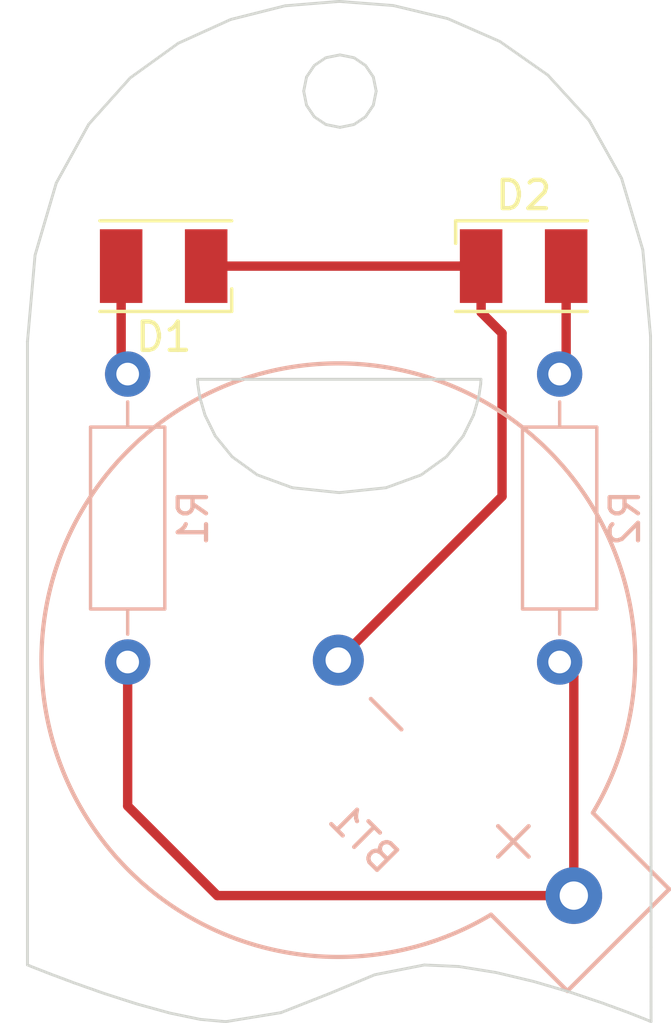
<source format=kicad_pcb>
(kicad_pcb (version 20170123) (host pcbnew no-vcs-found-f042fcd~59~ubuntu16.04.1)

  (general
    (thickness 1.6)
    (drawings 81)
    (tracks 15)
    (zones 0)
    (modules 5)
    (nets 5)
  )

  (page A4)
  (layers
    (0 F.Cu signal)
    (31 B.Cu signal)
    (32 B.Adhes user)
    (33 F.Adhes user)
    (34 B.Paste user)
    (35 F.Paste user)
    (36 B.SilkS user)
    (37 F.SilkS user)
    (38 B.Mask user)
    (39 F.Mask user)
    (40 Dwgs.User user)
    (41 Cmts.User user)
    (42 Eco1.User user)
    (43 Eco2.User user)
    (44 Edge.Cuts user)
    (45 Margin user)
    (46 B.CrtYd user)
    (47 F.CrtYd user)
    (48 B.Fab user)
    (49 F.Fab user)
  )

  (setup
    (last_trace_width 0.3302)
    (trace_clearance 0.3302)
    (zone_clearance 0.508)
    (zone_45_only no)
    (trace_min 0.1524)
    (segment_width 0.2)
    (edge_width 0.15)
    (via_size 0.6858)
    (via_drill 0.3302)
    (via_min_size 0.6858)
    (via_min_drill 0.3302)
    (uvia_size 0.762)
    (uvia_drill 0.508)
    (uvias_allowed no)
    (uvia_min_size 0.2)
    (uvia_min_drill 0.1)
    (pcb_text_width 0.3)
    (pcb_text_size 1.5 1.5)
    (mod_edge_width 0.15)
    (mod_text_size 1 1)
    (mod_text_width 0.15)
    (pad_size 1.524 1.524)
    (pad_drill 0.762)
    (pad_to_mask_clearance 0.2)
    (aux_axis_origin 0 0)
    (visible_elements FFFFEF7F)
    (pcbplotparams
      (layerselection 0x00030_ffffffff)
      (usegerberextensions false)
      (excludeedgelayer true)
      (linewidth 0.100000)
      (plotframeref false)
      (viasonmask false)
      (mode 1)
      (useauxorigin false)
      (hpglpennumber 1)
      (hpglpenspeed 20)
      (hpglpendiameter 15)
      (psnegative false)
      (psa4output false)
      (plotreference true)
      (plotvalue true)
      (plotinvisibletext false)
      (padsonsilk false)
      (subtractmaskfromsilk false)
      (outputformat 1)
      (mirror false)
      (drillshape 1)
      (scaleselection 1)
      (outputdirectory ""))
  )

  (net 0 "")
  (net 1 "Net-(BT1-Pad1)")
  (net 2 "Net-(BT1-Pad2)")
  (net 3 "Net-(D1-Pad2)")
  (net 4 "Net-(D2-Pad2)")

  (net_class Default "This is the default net class."
    (clearance 0.3302)
    (trace_width 0.3302)
    (via_dia 0.6858)
    (via_drill 0.3302)
    (uvia_dia 0.762)
    (uvia_drill 0.508)
    (diff_pair_gap 0.254)
    (diff_pair_width 0.2032)
    (add_net "Net-(BT1-Pad1)")
    (add_net "Net-(BT1-Pad2)")
    (add_net "Net-(D1-Pad2)")
    (add_net "Net-(D2-Pad2)")
  )

  (module LEDs:LED_PLCC-2 (layer F.Cu) (tedit 5860D51E) (tstamp 59738DD6)
    (at 154.94 100.33 180)
    (descr "LED PLCC-2 SMD package")
    (tags "LED PLCC-2 SMD")
    (path /59735547)
    (attr smd)
    (fp_text reference D1 (at 0 -2.5 180) (layer F.SilkS)
      (effects (font (size 1 1) (thickness 0.15)))
    )
    (fp_text value LED (at 0 2.5 180) (layer F.Fab)
      (effects (font (size 1 1) (thickness 0.15)))
    )
    (fp_line (start -2.4 -1.6) (end -2.4 -0.8) (layer F.SilkS) (width 0.12))
    (fp_line (start 2.25 -1.6) (end -2.4 -1.6) (layer F.SilkS) (width 0.12))
    (fp_line (start 2.25 1.6) (end -2.4 1.6) (layer F.SilkS) (width 0.12))
    (fp_line (start -2.65 1.85) (end -2.65 -1.85) (layer F.CrtYd) (width 0.05))
    (fp_line (start 2.5 1.85) (end -2.65 1.85) (layer F.CrtYd) (width 0.05))
    (fp_line (start 2.5 -1.85) (end 2.5 1.85) (layer F.CrtYd) (width 0.05))
    (fp_line (start -2.65 -1.85) (end 2.5 -1.85) (layer F.CrtYd) (width 0.05))
    (fp_line (start -1.7 1.5) (end 1.7 1.5) (layer F.Fab) (width 0.1))
    (fp_line (start -1.7 -1.5) (end -1.7 1.5) (layer F.Fab) (width 0.1))
    (fp_line (start 1.7 -1.5) (end -1.7 -1.5) (layer F.Fab) (width 0.1))
    (fp_line (start 1.7 1.5) (end 1.7 -1.5) (layer F.Fab) (width 0.1))
    (fp_line (start -1.7 -0.6) (end -0.8 -1.5) (layer F.Fab) (width 0.1))
    (fp_circle (center 0 0) (end 0 -1.25) (layer F.Fab) (width 0.1))
    (pad 2 smd rect (at 1.5 0 180) (size 1.5 2.6) (layers F.Cu F.Paste F.Mask)
      (net 3 "Net-(D1-Pad2)"))
    (pad 1 smd rect (at -1.5 0 180) (size 1.5 2.6) (layers F.Cu F.Paste F.Mask)
      (net 2 "Net-(BT1-Pad2)"))
    (model ${KISYS3DMOD}/LEDs.3dshapes/LED_PLCC-2.wrl
      (at (xyz 0 0 0))
      (scale (xyz 1 1 1))
      (rotate (xyz 0 0 0))
    )
  )

  (module LEDs:LED_PLCC-2 (layer F.Cu) (tedit 5860D51E) (tstamp 59738DE9)
    (at 167.64 100.33)
    (descr "LED PLCC-2 SMD package")
    (tags "LED PLCC-2 SMD")
    (path /5973568D)
    (attr smd)
    (fp_text reference D2 (at 0 -2.5) (layer F.SilkS)
      (effects (font (size 1 1) (thickness 0.15)))
    )
    (fp_text value LED (at 0 2.5) (layer F.Fab)
      (effects (font (size 1 1) (thickness 0.15)))
    )
    (fp_circle (center 0 0) (end 0 -1.25) (layer F.Fab) (width 0.1))
    (fp_line (start -1.7 -0.6) (end -0.8 -1.5) (layer F.Fab) (width 0.1))
    (fp_line (start 1.7 1.5) (end 1.7 -1.5) (layer F.Fab) (width 0.1))
    (fp_line (start 1.7 -1.5) (end -1.7 -1.5) (layer F.Fab) (width 0.1))
    (fp_line (start -1.7 -1.5) (end -1.7 1.5) (layer F.Fab) (width 0.1))
    (fp_line (start -1.7 1.5) (end 1.7 1.5) (layer F.Fab) (width 0.1))
    (fp_line (start -2.65 -1.85) (end 2.5 -1.85) (layer F.CrtYd) (width 0.05))
    (fp_line (start 2.5 -1.85) (end 2.5 1.85) (layer F.CrtYd) (width 0.05))
    (fp_line (start 2.5 1.85) (end -2.65 1.85) (layer F.CrtYd) (width 0.05))
    (fp_line (start -2.65 1.85) (end -2.65 -1.85) (layer F.CrtYd) (width 0.05))
    (fp_line (start 2.25 1.6) (end -2.4 1.6) (layer F.SilkS) (width 0.12))
    (fp_line (start 2.25 -1.6) (end -2.4 -1.6) (layer F.SilkS) (width 0.12))
    (fp_line (start -2.4 -1.6) (end -2.4 -0.8) (layer F.SilkS) (width 0.12))
    (pad 1 smd rect (at -1.5 0) (size 1.5 2.6) (layers F.Cu F.Paste F.Mask)
      (net 2 "Net-(BT1-Pad2)"))
    (pad 2 smd rect (at 1.5 0) (size 1.5 2.6) (layers F.Cu F.Paste F.Mask)
      (net 4 "Net-(D2-Pad2)"))
    (model ${KISYS3DMOD}/LEDs.3dshapes/LED_PLCC-2.wrl
      (at (xyz 0 0 0))
      (scale (xyz 1 1 1))
      (rotate (xyz 0 0 0))
    )
  )

  (module n39-kicad:n39_batteryholder16mm (layer B.Cu) (tedit 59734F90) (tstamp 59738DC3)
    (at 161.101596 114.234404 315)
    (path /5973545B)
    (fp_text reference BT1 (at 5.08 3.81 315) (layer B.SilkS)
      (effects (font (size 1 1) (thickness 0.15)) (justify mirror))
    )
    (fp_text value Battery_Cell (at 0 11.43 315) (layer B.Fab)
      (effects (font (size 1 1) (thickness 0.15)) (justify mirror))
    )
    (fp_line (start 10.16 2.54) (end 13.97 2.54) (layer B.SilkS) (width 0.15))
    (fp_line (start 13.97 2.54) (end 13.97 -2.54) (layer B.SilkS) (width 0.15))
    (fp_line (start 13.97 -2.54) (end 10.16 -2.54) (layer B.SilkS) (width 0.15))
    (fp_text user + (at 8.89 0 315) (layer B.SilkS)
      (effects (font (size 2 2) (thickness 0.15)) (justify mirror))
    )
    (fp_text user - (at 2.54 0 135) (layer B.SilkS)
      (effects (font (size 2 2) (thickness 0.15)) (justify mirror))
    )
    (fp_arc (start 0 0) (end 10.16 2.54) (angle 331.9275131) (layer B.SilkS) (width 0.15))
    (pad "" np_thru_hole circle (at 0 4.7625 315) (size 1.6 1.6) (drill 1.6) (layers *.Cu *.Mask))
    (pad 1 thru_hole circle (at 11.75 0 315) (size 2 2) (drill 1) (layers *.Cu *.Mask)
      (net 1 "Net-(BT1-Pad1)"))
    (pad 2 thru_hole circle (at 0 0 315) (size 1.8 1.8) (drill 0.9) (layers *.Cu *.Mask)
      (net 2 "Net-(BT1-Pad2)"))
    (pad "" np_thru_hole circle (at -4.124446 -2.38125 195) (size 1.6 1.6) (drill 1.6) (layers *.Cu *.Mask))
    (pad "" np_thru_hole circle (at 4.124446 -2.38125 75) (size 1.6 1.6) (drill 1.6) (layers *.Cu *.Mask))
  )

  (module Resistors_THT:R_Axial_DIN0207_L6.3mm_D2.5mm_P10.16mm_Horizontal (layer B.Cu) (tedit 5874F706) (tstamp 59738DFF)
    (at 153.67 114.3 90)
    (descr "Resistor, Axial_DIN0207 series, Axial, Horizontal, pin pitch=10.16mm, 0.25W = 1/4W, length*diameter=6.3*2.5mm^2, http://cdn-reichelt.de/documents/datenblatt/B400/1_4W%23YAG.pdf")
    (tags "Resistor Axial_DIN0207 series Axial Horizontal pin pitch 10.16mm 0.25W = 1/4W length 6.3mm diameter 2.5mm")
    (path /5973577A)
    (fp_text reference R1 (at 5.08 2.31 90) (layer B.SilkS)
      (effects (font (size 1 1) (thickness 0.15)) (justify mirror))
    )
    (fp_text value R (at 5.08 -2.31 90) (layer B.Fab)
      (effects (font (size 1 1) (thickness 0.15)) (justify mirror))
    )
    (fp_line (start 11.25 1.6) (end -1.05 1.6) (layer B.CrtYd) (width 0.05))
    (fp_line (start 11.25 -1.6) (end 11.25 1.6) (layer B.CrtYd) (width 0.05))
    (fp_line (start -1.05 -1.6) (end 11.25 -1.6) (layer B.CrtYd) (width 0.05))
    (fp_line (start -1.05 1.6) (end -1.05 -1.6) (layer B.CrtYd) (width 0.05))
    (fp_line (start 9.18 0) (end 8.29 0) (layer B.SilkS) (width 0.12))
    (fp_line (start 0.98 0) (end 1.87 0) (layer B.SilkS) (width 0.12))
    (fp_line (start 8.29 1.31) (end 1.87 1.31) (layer B.SilkS) (width 0.12))
    (fp_line (start 8.29 -1.31) (end 8.29 1.31) (layer B.SilkS) (width 0.12))
    (fp_line (start 1.87 -1.31) (end 8.29 -1.31) (layer B.SilkS) (width 0.12))
    (fp_line (start 1.87 1.31) (end 1.87 -1.31) (layer B.SilkS) (width 0.12))
    (fp_line (start 10.16 0) (end 8.23 0) (layer B.Fab) (width 0.1))
    (fp_line (start 0 0) (end 1.93 0) (layer B.Fab) (width 0.1))
    (fp_line (start 8.23 1.25) (end 1.93 1.25) (layer B.Fab) (width 0.1))
    (fp_line (start 8.23 -1.25) (end 8.23 1.25) (layer B.Fab) (width 0.1))
    (fp_line (start 1.93 -1.25) (end 8.23 -1.25) (layer B.Fab) (width 0.1))
    (fp_line (start 1.93 1.25) (end 1.93 -1.25) (layer B.Fab) (width 0.1))
    (pad 2 thru_hole oval (at 10.16 0 90) (size 1.6 1.6) (drill 0.8) (layers *.Cu *.Mask)
      (net 3 "Net-(D1-Pad2)"))
    (pad 1 thru_hole circle (at 0 0 90) (size 1.6 1.6) (drill 0.8) (layers *.Cu *.Mask)
      (net 1 "Net-(BT1-Pad1)"))
    (model Resistors_THT.3dshapes/R_Axial_DIN0207_L6.3mm_D2.5mm_P10.16mm_Horizontal.wrl
      (at (xyz 0 0 0))
      (scale (xyz 0.393701 0.393701 0.393701))
      (rotate (xyz 0 0 0))
    )
  )

  (module Resistors_THT:R_Axial_DIN0207_L6.3mm_D2.5mm_P10.16mm_Horizontal (layer B.Cu) (tedit 5874F706) (tstamp 59738E15)
    (at 168.91 114.3 90)
    (descr "Resistor, Axial_DIN0207 series, Axial, Horizontal, pin pitch=10.16mm, 0.25W = 1/4W, length*diameter=6.3*2.5mm^2, http://cdn-reichelt.de/documents/datenblatt/B400/1_4W%23YAG.pdf")
    (tags "Resistor Axial_DIN0207 series Axial Horizontal pin pitch 10.16mm 0.25W = 1/4W length 6.3mm diameter 2.5mm")
    (path /597357D3)
    (fp_text reference R2 (at 5.08 2.31 90) (layer B.SilkS)
      (effects (font (size 1 1) (thickness 0.15)) (justify mirror))
    )
    (fp_text value R (at 5.08 -2.31 90) (layer B.Fab)
      (effects (font (size 1 1) (thickness 0.15)) (justify mirror))
    )
    (fp_line (start 1.93 1.25) (end 1.93 -1.25) (layer B.Fab) (width 0.1))
    (fp_line (start 1.93 -1.25) (end 8.23 -1.25) (layer B.Fab) (width 0.1))
    (fp_line (start 8.23 -1.25) (end 8.23 1.25) (layer B.Fab) (width 0.1))
    (fp_line (start 8.23 1.25) (end 1.93 1.25) (layer B.Fab) (width 0.1))
    (fp_line (start 0 0) (end 1.93 0) (layer B.Fab) (width 0.1))
    (fp_line (start 10.16 0) (end 8.23 0) (layer B.Fab) (width 0.1))
    (fp_line (start 1.87 1.31) (end 1.87 -1.31) (layer B.SilkS) (width 0.12))
    (fp_line (start 1.87 -1.31) (end 8.29 -1.31) (layer B.SilkS) (width 0.12))
    (fp_line (start 8.29 -1.31) (end 8.29 1.31) (layer B.SilkS) (width 0.12))
    (fp_line (start 8.29 1.31) (end 1.87 1.31) (layer B.SilkS) (width 0.12))
    (fp_line (start 0.98 0) (end 1.87 0) (layer B.SilkS) (width 0.12))
    (fp_line (start 9.18 0) (end 8.29 0) (layer B.SilkS) (width 0.12))
    (fp_line (start -1.05 1.6) (end -1.05 -1.6) (layer B.CrtYd) (width 0.05))
    (fp_line (start -1.05 -1.6) (end 11.25 -1.6) (layer B.CrtYd) (width 0.05))
    (fp_line (start 11.25 -1.6) (end 11.25 1.6) (layer B.CrtYd) (width 0.05))
    (fp_line (start 11.25 1.6) (end -1.05 1.6) (layer B.CrtYd) (width 0.05))
    (pad 1 thru_hole circle (at 0 0 90) (size 1.6 1.6) (drill 0.8) (layers *.Cu *.Mask)
      (net 1 "Net-(BT1-Pad1)"))
    (pad 2 thru_hole oval (at 10.16 0 90) (size 1.6 1.6) (drill 0.8) (layers *.Cu *.Mask)
      (net 4 "Net-(D2-Pad2)"))
    (model Resistors_THT.3dshapes/R_Axial_DIN0207_L6.3mm_D2.5mm_P10.16mm_Horizontal.wrl
      (at (xyz 0 0 0))
      (scale (xyz 0.393701 0.393701 0.393701))
      (rotate (xyz 0 0 0))
    )
  )

  (gr_line (start 162.39024 125.33404) (end 160.76806 126.00786) (layer Edge.Cuts) (width 0.1))
  (gr_line (start 164.13502 124.99006) (end 162.39024 125.33404) (layer Edge.Cuts) (width 0.1))
  (gr_line (start 165.34922 125.04432) (end 164.13502 124.99006) (layer Edge.Cuts) (width 0.1))
  (gr_line (start 166.66434 125.25592) (end 165.34922 125.04432) (layer Edge.Cuts) (width 0.1))
  (gr_line (start 167.99896 125.57384) (end 166.66434 125.25592) (layer Edge.Cuts) (width 0.1))
  (gr_line (start 169.27276 125.94818) (end 167.99896 125.57384) (layer Edge.Cuts) (width 0.1))
  (gr_line (start 170.40356 126.32796) (end 169.27276 125.94818) (layer Edge.Cuts) (width 0.1))
  (gr_line (start 171.31176 126.66108) (end 170.40356 126.32796) (layer Edge.Cuts) (width 0.1))
  (gr_line (start 171.91496 126.898708) (end 171.31176 126.66108) (layer Edge.Cuts) (width 0.1))
  (gr_line (start 172.13516 126.989856) (end 171.91496 126.898708) (layer Edge.Cuts) (width 0.1))
  (gr_line (start 172.13416 126.28564) (end 172.13516 126.989856) (layer Edge.Cuts) (width 0.1))
  (gr_line (start 172.13416 124.36072) (end 172.13416 126.28564) (layer Edge.Cuts) (width 0.1))
  (gr_line (start 172.13416 121.49398) (end 172.13416 124.36072) (layer Edge.Cuts) (width 0.1))
  (gr_line (start 172.13196 117.96426) (end 172.13416 121.49398) (layer Edge.Cuts) (width 0.1))
  (gr_line (start 172.12976 114.0504) (end 172.13196 117.96426) (layer Edge.Cuts) (width 0.1))
  (gr_line (start 172.12656 110.03132) (end 172.12976 114.0504) (layer Edge.Cuts) (width 0.1))
  (gr_line (start 162.43798 94.1556) (end 162.43798 94.1556) (layer Edge.Cuts) (width 0.1))
  (gr_line (start 162.33708 93.6576) (end 162.43798 94.1556) (layer Edge.Cuts) (width 0.1))
  (gr_line (start 162.06256 93.2506) (end 162.33708 93.6576) (layer Edge.Cuts) (width 0.1))
  (gr_line (start 161.65564 92.9762) (end 162.06256 93.2506) (layer Edge.Cuts) (width 0.1))
  (gr_line (start 161.1587 92.8764) (end 161.65564 92.9762) (layer Edge.Cuts) (width 0.1))
  (gr_line (start 160.66064 92.9762) (end 161.1587 92.8764) (layer Edge.Cuts) (width 0.1))
  (gr_line (start 160.25374 93.2506) (end 160.66064 92.9762) (layer Edge.Cuts) (width 0.1))
  (gr_line (start 159.9803 93.6576) (end 160.25374 93.2506) (layer Edge.Cuts) (width 0.1))
  (gr_line (start 159.88048 94.1556) (end 159.9803 93.6576) (layer Edge.Cuts) (width 0.1))
  (gr_line (start 159.9803 94.6526) (end 159.88048 94.1556) (layer Edge.Cuts) (width 0.1))
  (gr_line (start 160.25374 95.0596) (end 159.9803 94.6526) (layer Edge.Cuts) (width 0.1))
  (gr_line (start 160.66064 95.3328) (end 160.25374 95.0596) (layer Edge.Cuts) (width 0.1))
  (gr_line (start 161.1587 95.434) (end 160.66064 95.3328) (layer Edge.Cuts) (width 0.1))
  (gr_line (start 161.65564 95.3328) (end 161.1587 95.434) (layer Edge.Cuts) (width 0.1))
  (gr_line (start 162.06256 95.0596) (end 161.65564 95.3328) (layer Edge.Cuts) (width 0.1))
  (gr_line (start 162.33708 94.6526) (end 162.06256 95.0596) (layer Edge.Cuts) (width 0.1))
  (gr_line (start 162.43798 94.1556) (end 162.33708 94.6526) (layer Edge.Cuts) (width 0.1))
  (gr_line (start 150.13546 102.9902) (end 150.13546 102.9902) (layer Edge.Cuts) (width 0.1))
  (gr_line (start 150.13546 124.99006) (end 150.13546 102.9902) (layer Edge.Cuts) (width 0.1))
  (gr_line (start 150.3503 125.07686) (end 150.13546 124.99006) (layer Edge.Cuts) (width 0.1))
  (gr_line (start 150.93734 125.30584) (end 150.3503 125.07686) (layer Edge.Cuts) (width 0.1))
  (gr_line (start 151.80322 125.63026) (end 150.93734 125.30584) (layer Edge.Cuts) (width 0.1))
  (gr_line (start 152.8568 126.00136) (end 151.80322 125.63026) (layer Edge.Cuts) (width 0.1))
  (gr_line (start 154.00916 126.37028) (end 152.8568 126.00136) (layer Edge.Cuts) (width 0.1))
  (gr_line (start 155.16584 126.68928) (end 154.00916 126.37028) (layer Edge.Cuts) (width 0.1))
  (gr_line (start 156.23898 126.91173) (end 155.16584 126.68928) (layer Edge.Cuts) (width 0.1))
  (gr_line (start 157.13524 126.989856) (end 156.23898 126.91173) (layer Edge.Cuts) (width 0.1))
  (gr_line (start 159.0797 126.67192) (end 157.13524 126.989856) (layer Edge.Cuts) (width 0.1))
  (gr_line (start 160.76806 126.00786) (end 159.0797 126.67192) (layer Edge.Cuts) (width 0.1))
  (gr_line (start 156.1348 104.3228) (end 156.1348 104.3228) (layer Edge.Cuts) (width 0.1))
  (gr_line (start 156.14458 104.4942) (end 156.1348 104.3228) (layer Edge.Cuts) (width 0.1))
  (gr_line (start 150.40238 99.9468) (end 151.15 97.4) (layer Edge.Cuts) (width 0.1))
  (gr_line (start 150.13546 102.9902) (end 150.40238 99.9468) (layer Edge.Cuts) (width 0.1))
  (gr_line (start 156.21294 104.9478) (end 156.14458 104.4942) (layer Edge.Cuts) (width 0.1))
  (gr_line (start 156.39848 105.588) (end 156.21294 104.9478) (layer Edge.Cuts) (width 0.1))
  (gr_line (start 156.7598 106.3226) (end 156.39848 105.588) (layer Edge.Cuts) (width 0.1))
  (gr_line (start 157.35552 107.0572) (end 156.7598 106.3226) (layer Edge.Cuts) (width 0.1))
  (gr_line (start 158.2442 107.6974) (end 157.35552 107.0572) (layer Edge.Cuts) (width 0.1))
  (gr_line (start 159.48442 108.1508) (end 158.2442 107.6974) (layer Edge.Cuts) (width 0.1))
  (gr_line (start 161.1348 108.3234) (end 159.48442 108.1508) (layer Edge.Cuts) (width 0.1))
  (gr_line (start 162.7852 108.1508) (end 161.1348 108.3234) (layer Edge.Cuts) (width 0.1))
  (gr_line (start 164.02544 107.6974) (end 162.7852 108.1508) (layer Edge.Cuts) (width 0.1))
  (gr_line (start 164.91412 107.0572) (end 164.02544 107.6974) (layer Edge.Cuts) (width 0.1))
  (gr_line (start 165.5098 106.3226) (end 164.91412 107.0572) (layer Edge.Cuts) (width 0.1))
  (gr_line (start 165.87114 105.588) (end 165.5098 106.3226) (layer Edge.Cuts) (width 0.1))
  (gr_line (start 166.0567 104.9478) (end 165.87114 105.588) (layer Edge.Cuts) (width 0.1))
  (gr_line (start 166.12506 104.4942) (end 166.0567 104.9478) (layer Edge.Cuts) (width 0.1))
  (gr_line (start 166.1348 104.3228) (end 166.12506 104.4942) (layer Edge.Cuts) (width 0.1))
  (gr_line (start 156.1348 104.3228) (end 166.1348 104.3228) (layer Edge.Cuts) (width 0.1))
  (gr_line (start 172.12216 106.1858) (end 172.12656 110.03132) (layer Edge.Cuts) (width 0.1))
  (gr_line (start 172.11676 102.7928) (end 172.12216 106.1858) (layer Edge.Cuts) (width 0.1))
  (gr_line (start 171.84436 99.7578) (end 172.11676 102.7928) (layer Edge.Cuts) (width 0.1))
  (gr_line (start 171.09576 97.234) (end 171.84436 99.7578) (layer Edge.Cuts) (width 0.1))
  (gr_line (start 169.95216 95.1888) (end 171.09576 97.234) (layer Edge.Cuts) (width 0.1))
  (gr_line (start 168.49376 93.5892) (end 169.95216 95.1888) (layer Edge.Cuts) (width 0.1))
  (gr_line (start 166.80106 92.4024) (end 168.49376 93.5892) (layer Edge.Cuts) (width 0.1))
  (gr_line (start 164.9575 91.5948) (end 166.80106 92.4024) (layer Edge.Cuts) (width 0.1))
  (gr_line (start 163.04128 91.1348) (end 164.9575 91.5948) (layer Edge.Cuts) (width 0.1))
  (gr_line (start 161.1348 90.9896) (end 163.04128 91.1348) (layer Edge.Cuts) (width 0.1))
  (gr_line (start 159.22616 91.1434) (end 161.1348 90.9896) (layer Edge.Cuts) (width 0.1))
  (gr_line (start 157.3067 91.6264) (end 159.22616 91.1434) (layer Edge.Cuts) (width 0.1))
  (gr_line (start 155.45664 92.465) (end 157.3067 91.6264) (layer Edge.Cuts) (width 0.1))
  (gr_line (start 153.75958 93.6878) (end 155.45664 92.465) (layer Edge.Cuts) (width 0.1))
  (gr_line (start 152.29692 95.3232) (end 153.75958 93.6878) (layer Edge.Cuts) (width 0.1))
  (gr_line (start 151.15 97.4) (end 152.29692 95.3232) (layer Edge.Cuts) (width 0.1))

  (segment (start 169.410101 122.542909) (end 169.410101 114.800101) (width 0.3302) (layer F.Cu) (net 1))
  (segment (start 169.410101 114.800101) (end 168.91 114.3) (width 0.3302) (layer F.Cu) (net 1))
  (segment (start 153.67 119.38) (end 156.832909 122.542909) (width 0.3302) (layer F.Cu) (net 1))
  (segment (start 156.832909 122.542909) (end 169.410101 122.542909) (width 0.3302) (layer F.Cu) (net 1))
  (segment (start 153.67 114.3) (end 153.67 119.38) (width 0.3302) (layer F.Cu) (net 1))
  (segment (start 166.14 100.33) (end 166.14 101.9602) (width 0.3302) (layer F.Cu) (net 2))
  (segment (start 166.14 101.9602) (end 166.878 102.6982) (width 0.3302) (layer F.Cu) (net 2))
  (segment (start 166.878 102.6982) (end 166.878 108.458) (width 0.3302) (layer F.Cu) (net 2))
  (segment (start 162.001595 113.334405) (end 166.878 108.458) (width 0.3302) (layer F.Cu) (net 2))
  (segment (start 161.101596 114.234404) (end 162.001595 113.334405) (width 0.3302) (layer F.Cu) (net 2))
  (segment (start 166.14 100.33) (end 156.44 100.33) (width 0.3302) (layer F.Cu) (net 2))
  (segment (start 153.44 100.33) (end 153.44 103.91) (width 0.3302) (layer F.Cu) (net 3))
  (segment (start 153.44 103.91) (end 153.67 104.14) (width 0.3302) (layer F.Cu) (net 3))
  (segment (start 169.14 100.33) (end 169.14 103.91) (width 0.3302) (layer F.Cu) (net 4))
  (segment (start 169.14 103.91) (end 168.91 104.14) (width 0.3302) (layer F.Cu) (net 4))

)

</source>
